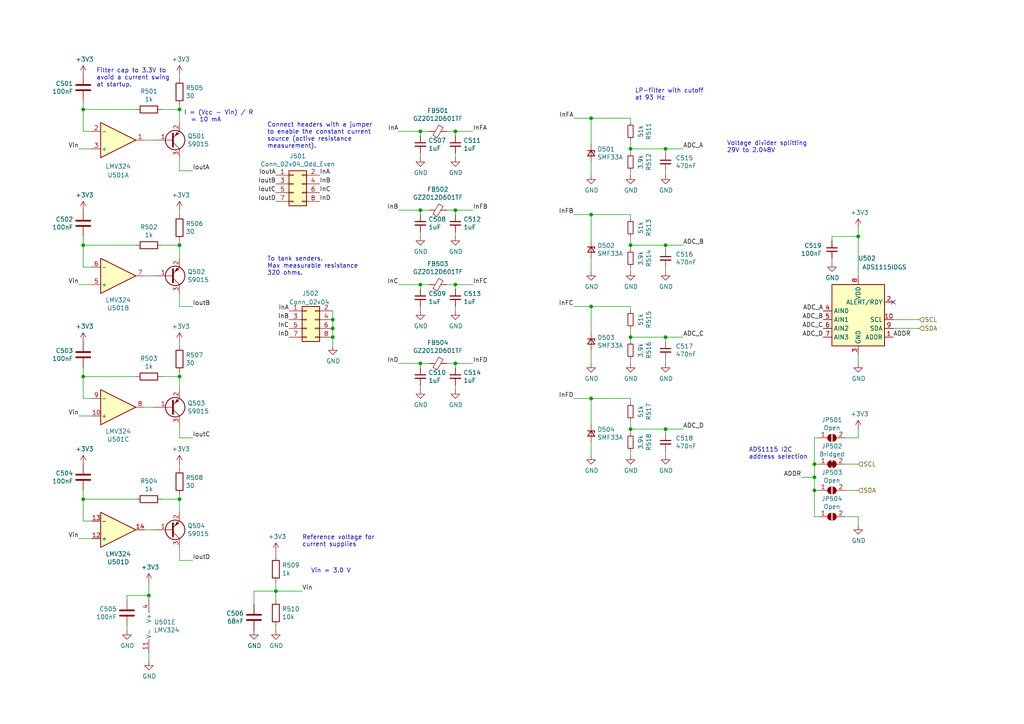
<source format=kicad_sch>
(kicad_sch (version 20211123) (generator eeschema)
  (paper "A4")
  (title_block (title "Engine Top Hat for SH-ESP32") (date "2021-09-13") (rev "0.2.1") (company "Hat Labs Ltd") (comment 1 "https://creativecommons.org/licenses/by-sa/4.0") (comment 2 "To view a copy of this license, visit ") (comment 3 "This design is licensed under CC BY-SA 4.0."))
  (lib_symbols
    (symbol "Amplifier_Operational:LMV324" (pin_names (offset 0.127))
      (property "Reference" "U" (at 0 5.08 0))
      (property "Value" "LMV324" (at 0 -5.08 0))
      (symbol "LMV324_1_1"
        (polyline (pts (xy -5.08 5.08) (xy 5.08 0) (xy -5.08 -5.08) (xy -5.08 5.08)) (stroke (width 0.254)) (fill (type background)))
        (pin output line (at 7.62 0 180) (length 2.54) (name "~") (number "1"))
        (pin input line (at -7.62 -2.54 0) (length 2.54) (name "-") (number "2"))
        (pin input line (at -7.62 2.54 0) (length 2.54) (name "+") (number "3"))
      )
      (symbol "LMV324_2_1"
        (polyline (pts (xy -5.08 5.08) (xy 5.08 0) (xy -5.08 -5.08) (xy -5.08 5.08)) (stroke (width 0.254)) (fill (type background)))
        (pin input line (at -7.62 2.54 0) (length 2.54) (name "+") (number "5"))
        (pin input line (at -7.62 -2.54 0) (length 2.54) (name "-") (number "6"))
        (pin output line (at 7.62 0 180) (length 2.54) (name "~") (number "7"))
      )
      (symbol "LMV324_3_1"
        (polyline (pts (xy -5.08 5.08) (xy 5.08 0) (xy -5.08 -5.08) (xy -5.08 5.08)) (stroke (width 0.254)) (fill (type background)))
        (pin input line (at -7.62 2.54 0) (length 2.54) (name "+") (number "10"))
        (pin output line (at 7.62 0 180) (length 2.54) (name "~") (number "8"))
        (pin input line (at -7.62 -2.54 0) (length 2.54) (name "-") (number "9"))
      )
      (symbol "LMV324_4_1"
        (polyline (pts (xy -5.08 5.08) (xy 5.08 0) (xy -5.08 -5.08) (xy -5.08 5.08)) (stroke (width 0.254)) (fill (type background)))
        (pin input line (at -7.62 2.54 0) (length 2.54) (name "+") (number "12"))
        (pin input line (at -7.62 -2.54 0) (length 2.54) (name "-") (number "13"))
        (pin output line (at 7.62 0 180) (length 2.54) (name "~") (number "14"))
      )
      (symbol "LMV324_5_1"
        (pin power_in line (at -2.54 -7.62 90) (length 3.81) (name "V-") (number "11"))
        (pin power_in line (at -2.54 7.62 270) (length 3.81) (name "V+") (number "4"))
      )
    )
    (symbol "Analog_ADC:ADS1115IDGS"
      (property "Reference" "U" (at 2.54 13.97 0))
      (property "Value" "ADS1115IDGS" (at 7.62 11.43 0))
      (symbol "ADS1115IDGS_0_1"
        (rectangle (start -7.62 10.16) (end 7.62 -7.62) (stroke (width 0.254)) (fill (type background)))
      )
      (symbol "ADS1115IDGS_1_1"
        (pin input line (at 10.16 -5.08 180) (length 2.54) (name "ADDR") (number "1"))
        (pin input line (at 10.16 0 180) (length 2.54) (name "SCL") (number "10"))
        (pin output line (at 10.16 5.08 180) (length 2.54) (name "ALERT/RDY") (number "2"))
        (pin power_in line (at 0 -10.16 90) (length 2.54) (name "GND") (number "3"))
        (pin input line (at -10.16 2.54 0) (length 2.54) (name "AIN0") (number "4"))
        (pin input line (at -10.16 0 0) (length 2.54) (name "AIN1") (number "5"))
        (pin input line (at -10.16 -2.54 0) (length 2.54) (name "AIN2") (number "6"))
        (pin input line (at -10.16 -5.08 0) (length 2.54) (name "AIN3") (number "7"))
        (pin power_in line (at 0 12.7 270) (length 2.54) (name "VDD") (number "8"))
        (pin bidirectional line (at 10.16 -2.54 180) (length 2.54) (name "SDA") (number "9"))
      )
    )
    (symbol "Connector_Generic:Conn_02x04_Odd_Even" (pin_names (offset 1.016) hide)
      (property "Reference" "J" (at 1.27 5.08 0))
      (property "Value" "Conn_02x04_Odd_Even" (at 1.27 -7.62 0))
      (symbol "Conn_02x04_Odd_Even_1_1"
        (rectangle (start -1.27 -4.953) (end 0 -5.207) (stroke (width 0.1524)))
        (rectangle (start -1.27 -2.413) (end 0 -2.667) (stroke (width 0.1524)))
        (rectangle (start -1.27 0.127) (end 0 -0.127) (stroke (width 0.1524)))
        (rectangle (start -1.27 2.667) (end 0 2.413) (stroke (width 0.1524)))
        (rectangle (start -1.27 3.81) (end 3.81 -6.35) (stroke (width 0.254)) (fill (type background)))
        (rectangle (start 3.81 -4.953) (end 2.54 -5.207) (stroke (width 0.1524)))
        (rectangle (start 3.81 -2.413) (end 2.54 -2.667) (stroke (width 0.1524)))
        (rectangle (start 3.81 0.127) (end 2.54 -0.127) (stroke (width 0.1524)))
        (rectangle (start 3.81 2.667) (end 2.54 2.413) (stroke (width 0.1524)))
        (pin passive line (at -5.08 2.54 0) (length 3.81) (name "Pin_1") (number "1"))
        (pin passive line (at 7.62 2.54 180) (length 3.81) (name "Pin_2") (number "2"))
        (pin passive line (at -5.08 0 0) (length 3.81) (name "Pin_3") (number "3"))
        (pin passive line (at 7.62 0 180) (length 3.81) (name "Pin_4") (number "4"))
        (pin passive line (at -5.08 -2.54 0) (length 3.81) (name "Pin_5") (number "5"))
        (pin passive line (at 7.62 -2.54 180) (length 3.81) (name "Pin_6") (number "6"))
        (pin passive line (at -5.08 -5.08 0) (length 3.81) (name "Pin_7") (number "7"))
        (pin passive line (at 7.62 -5.08 180) (length 3.81) (name "Pin_8") (number "8"))
      )
    )
    (symbol "Device:C" (pin_numbers hide) (pin_names (offset 0.254))
      (property "Reference" "C" (at 0.635 2.54 0))
      (property "Value" "C" (at 0.635 -2.54 0))
      (symbol "C_0_1"
        (polyline (pts (xy -2.032 -0.762) (xy 2.032 -0.762)) (stroke (width 0.508)))
        (polyline (pts (xy -2.032 0.762) (xy 2.032 0.762)) (stroke (width 0.508)))
      )
      (symbol "C_1_1"
        (pin passive line (at 0 3.81 270) (length 2.794) (name "~") (number "1"))
        (pin passive line (at 0 -3.81 90) (length 2.794) (name "~") (number "2"))
      )
    )
    (symbol "Device:C_Small" (pin_numbers hide) (pin_names (offset 0.254) hide)
      (property "Reference" "C" (at 0.254 1.778 0))
      (property "Value" "C_Small" (at 0.254 -2.032 0))
      (symbol "C_Small_0_1"
        (polyline (pts (xy -1.524 -0.508) (xy 1.524 -0.508)) (stroke (width 0.3302)))
        (polyline (pts (xy -1.524 0.508) (xy 1.524 0.508)) (stroke (width 0.3048)))
      )
      (symbol "C_Small_1_1"
        (pin passive line (at 0 2.54 270) (length 2.032) (name "~") (number "1"))
        (pin passive line (at 0 -2.54 90) (length 2.032) (name "~") (number "2"))
      )
    )
    (symbol "Device:D_Zener_Small" (pin_numbers hide) (pin_names (offset 0.254) hide)
      (property "Reference" "D" (at 0 2.286 0))
      (property "Value" "D_Zener_Small" (at 0 -2.286 0))
      (symbol "D_Zener_Small_0_1"
        (polyline (pts (xy 0.762 0) (xy -0.762 0)))
        (polyline (pts (xy -0.254 1.016) (xy -0.762 1.016) (xy -0.762 -1.016)) (stroke (width 0.254)))
        (polyline (pts (xy 0.762 1.016) (xy -0.762 0) (xy 0.762 -1.016) (xy 0.762 1.016)) (stroke (width 0.254)))
      )
      (symbol "D_Zener_Small_1_1"
        (pin passive line (at -2.54 0 0) (length 1.778) (name "K") (number "1"))
        (pin passive line (at 2.54 0 180) (length 1.778) (name "A") (number "2"))
      )
    )
    (symbol "Device:FerriteBead_Small" (pin_numbers hide) (pin_names (offset 0))
      (property "Reference" "FB" (at 1.905 1.27 0))
      (property "Value" "FerriteBead_Small" (at 1.905 -1.27 0))
      (symbol "FerriteBead_Small_0_1"
        (polyline (pts (xy 0 -1.27) (xy 0 -0.7874)))
        (polyline (pts (xy 0 0.889) (xy 0 1.2954)))
        (polyline (pts (xy -1.8288 0.2794) (xy -1.1176 1.4986) (xy 1.8288 -0.2032) (xy 1.1176 -1.4224) (xy -1.8288 0.2794)))
      )
      (symbol "FerriteBead_Small_1_1"
        (pin passive line (at 0 2.54 270) (length 1.27) (name "~") (number "1"))
        (pin passive line (at 0 -2.54 90) (length 1.27) (name "~") (number "2"))
      )
    )
    (symbol "Device:Q_PNP_BEC" (pin_names (offset 0) hide)
      (property "Reference" "Q" (at 5.08 1.27 0))
      (property "Value" "Q_PNP_BEC" (at 5.08 -1.27 0))
      (symbol "Q_PNP_BEC_0_1"
        (polyline (pts (xy 0.635 0.635) (xy 2.54 2.54)))
        (polyline (pts (xy 0.635 -0.635) (xy 2.54 -2.54) (xy 2.54 -2.54)))
        (polyline (pts (xy 0.635 1.905) (xy 0.635 -1.905) (xy 0.635 -1.905)) (stroke (width 0.508)))
        (polyline (pts (xy 2.286 -1.778) (xy 1.778 -2.286) (xy 1.27 -1.27) (xy 2.286 -1.778) (xy 2.286 -1.778)) (fill (type outline)))
        (circle (center 1.27 0) (radius 2.8194) (stroke (width 0.254)))
      )
      (symbol "Q_PNP_BEC_1_1"
        (pin input line (at -5.08 0 0) (length 5.715) (name "B") (number "1"))
        (pin passive line (at 2.54 -5.08 90) (length 2.54) (name "E") (number "2"))
        (pin passive line (at 2.54 5.08 270) (length 2.54) (name "C") (number "3"))
      )
    )
    (symbol "Device:R" (pin_numbers hide) (pin_names (offset 0))
      (property "Reference" "R" (at 2.032 0 90))
      (property "Value" "R" (at 0 0 90))
      (symbol "R_0_1"
        (rectangle (start -1.016 -2.54) (end 1.016 2.54) (stroke (width 0.254)))
      )
      (symbol "R_1_1"
        (pin passive line (at 0 3.81 270) (length 1.27) (name "~") (number "1"))
        (pin passive line (at 0 -3.81 90) (length 1.27) (name "~") (number "2"))
      )
    )
    (symbol "Device:R_Small" (pin_numbers hide) (pin_names (offset 0.254) hide)
      (property "Reference" "R" (at 0.762 0.508 0))
      (property "Value" "R_Small" (at 0.762 -1.016 0))
      (symbol "R_Small_0_1"
        (rectangle (start -0.762 1.778) (end 0.762 -1.778) (stroke (width 0.2032)))
      )
      (symbol "R_Small_1_1"
        (pin passive line (at 0 2.54 270) (length 0.762) (name "~") (number "1"))
        (pin passive line (at 0 -2.54 90) (length 0.762) (name "~") (number "2"))
      )
    )
    (symbol "Jumper:SolderJumper_2_Bridged" (pin_names (offset 0) hide)
      (property "Reference" "JP" (at 0 2.032 0))
      (property "Value" "SolderJumper_2_Bridged" (at 0 -2.54 0))
      (symbol "SolderJumper_2_Bridged_0_1"
        (rectangle (start -0.508 0.508) (end 0.508 -0.508) (fill (type outline)))
        (arc (start -0.254 1.016) (mid -1.27 0) (end -0.254 -1.016))
        (arc (start -0.254 1.016) (mid -1.27 0) (end -0.254 -1.016) (fill (type outline)))
        (polyline (pts (xy -0.254 1.016) (xy -0.254 -1.016)))
        (polyline (pts (xy 0.254 1.016) (xy 0.254 -1.016)))
        (arc (start 0.254 -1.016) (mid 1.27 0) (end 0.254 1.016))
        (arc (start 0.254 -1.016) (mid 1.27 0) (end 0.254 1.016) (fill (type outline)))
      )
      (symbol "SolderJumper_2_Bridged_1_1"
        (pin passive line (at -3.81 0 0) (length 2.54) (name "A") (number "1"))
        (pin passive line (at 3.81 0 180) (length 2.54) (name "B") (number "2"))
      )
    )
    (symbol "Jumper:SolderJumper_2_Open" (pin_names (offset 0) hide)
      (property "Reference" "JP" (at 0 2.032 0))
      (property "Value" "SolderJumper_2_Open" (at 0 -2.54 0))
      (symbol "SolderJumper_2_Open_0_1"
        (arc (start -0.254 1.016) (mid -1.27 0) (end -0.254 -1.016))
        (arc (start -0.254 1.016) (mid -1.27 0) (end -0.254 -1.016) (fill (type outline)))
        (polyline (pts (xy -0.254 1.016) (xy -0.254 -1.016)))
        (polyline (pts (xy 0.254 1.016) (xy 0.254 -1.016)))
        (arc (start 0.254 -1.016) (mid 1.27 0) (end 0.254 1.016))
        (arc (start 0.254 -1.016) (mid 1.27 0) (end 0.254 1.016) (fill (type outline)))
      )
      (symbol "SolderJumper_2_Open_1_1"
        (pin passive line (at -3.81 0 0) (length 2.54) (name "A") (number "1"))
        (pin passive line (at 3.81 0 180) (length 2.54) (name "B") (number "2"))
      )
    )
    (symbol "power:+3V3" (power) (pin_names (offset 0))
      (property "Value" "+3V3" (at 0 3.556 0))
      (symbol "+3V3_0_1"
        (polyline (pts (xy -0.762 1.27) (xy 0 2.54)))
        (polyline (pts (xy 0 0) (xy 0 2.54)))
        (polyline (pts (xy 0 2.54) (xy 0.762 1.27)))
      )
      (symbol "+3V3_1_1"
        (pin power_in line (at 0 0 90) (length 0) hide (name "+3V3") (number "1"))
      )
    )
    (symbol "power:GND" (power) (pin_names (offset 0))
      (property "Value" "GND" (at 0 -3.81 0))
      (symbol "GND_0_1"
        (polyline (pts (xy 0 0) (xy 0 -1.27) (xy 1.27 -1.27) (xy 0 -2.54) (xy -1.27 -1.27) (xy 0 -1.27)))
      )
      (symbol "GND_1_1"
        (pin power_in line (at 0 0 270) (length 0) hide (name "GND") (number "1"))
      )
    )
  )
  (junction (at 121.92 105.41))
  (junction (at 182.88 124.46))
  (junction (at 236.22 142.24))
  (junction (at 182.88 43.18))
  (junction (at 248.92 68.58))
  (junction (at 52.07 31.75))
  (junction (at 80.01 171.45))
  (junction (at 132.08 38.1))
  (junction (at 193.04 124.46))
  (junction (at 43.18 172.72))
  (junction (at 52.07 71.12))
  (junction (at 132.08 105.41))
  (junction (at 121.92 38.1))
  (junction (at 52.07 109.22))
  (junction (at 132.08 82.55))
  (junction (at 171.45 88.9))
  (junction (at 24.13 109.22))
  (junction (at 182.88 97.79))
  (junction (at 182.88 71.12))
  (junction (at 171.45 115.57))
  (junction (at 52.07 144.78))
  (junction (at 121.92 60.96))
  (junction (at 193.04 97.79))
  (junction (at 171.45 34.29))
  (junction (at 96.52 95.25))
  (junction (at 132.08 60.96))
  (junction (at 24.13 144.78))
  (junction (at 236.22 134.62))
  (junction (at 171.45 62.23))
  (junction (at 24.13 71.12))
  (junction (at 96.52 92.71))
  (junction (at 193.04 43.18))
  (junction (at 96.52 97.79))
  (junction (at 236.22 138.43))
  (junction (at 24.13 31.75))
  (junction (at 121.92 82.55))
  (junction (at 193.04 71.12))
  (no_connect (at 259.08 87.63))
  (wire (pts (xy 171.45 105.41) (xy 171.45 101.6)))
  (wire (pts (xy 245.11 134.62) (xy 248.92 134.62)))
  (wire (pts (xy 121.92 62.23) (xy 121.92 60.96)))
  (wire (pts (xy 182.88 43.18) (xy 182.88 44.45)))
  (wire (pts (xy 259.08 95.25) (xy 266.7 95.25)))
  (wire (pts (xy 24.13 31.75) (xy 24.13 29.21)))
  (wire (pts (xy 132.08 60.96) (xy 137.16 60.96)))
  (wire (pts (xy 237.49 134.62) (xy 236.22 134.62)))
  (wire (pts (xy 115.57 60.96) (xy 121.92 60.96)))
  (wire (pts (xy 52.07 144.78) (xy 52.07 143.51)))
  (wire (pts (xy 39.37 31.75) (xy 24.13 31.75)))
  (wire (pts (xy 52.07 35.56) (xy 52.07 31.75)))
  (wire (pts (xy 115.57 38.1) (xy 121.92 38.1)))
  (wire (pts (xy 193.04 50.8) (xy 193.04 49.53)))
  (wire (pts (xy 171.45 50.8) (xy 171.45 46.99)))
  (wire (pts (xy 52.07 109.22) (xy 46.99 109.22)))
  (wire (pts (xy 132.08 83.82) (xy 132.08 82.55)))
  (wire (pts (xy 171.45 34.29) (xy 182.88 34.29)))
  (wire (pts (xy 52.07 71.12) (xy 52.07 69.85)))
  (wire (pts (xy 198.12 97.79) (xy 193.04 97.79)))
  (wire (pts (xy 24.13 71.12) (xy 24.13 77.47)))
  (wire (pts (xy 132.08 62.23) (xy 132.08 60.96)))
  (wire (pts (xy 43.18 173.99) (xy 43.18 172.72)))
  (wire (pts (xy 171.45 132.08) (xy 171.45 128.27)))
  (wire (pts (xy 237.49 149.86) (xy 236.22 149.86)))
  (wire (pts (xy 22.86 156.21) (xy 26.67 156.21)))
  (wire (pts (xy 193.04 78.74) (xy 193.04 77.47)))
  (wire (pts (xy 132.08 105.41) (xy 137.16 105.41)))
  (wire (pts (xy 52.07 113.03) (xy 52.07 109.22)))
  (wire (pts (xy 193.04 105.41) (xy 193.04 104.14)))
  (wire (pts (xy 129.54 105.41) (xy 132.08 105.41)))
  (wire (pts (xy 80.01 160.02) (xy 80.01 161.29)))
  (wire (pts (xy 41.91 153.67) (xy 44.45 153.67)))
  (wire (pts (xy 193.04 125.73) (xy 193.04 124.46)))
  (wire (pts (xy 121.92 83.82) (xy 121.92 82.55)))
  (wire (pts (xy 198.12 71.12) (xy 193.04 71.12)))
  (wire (pts (xy 96.52 97.79) (xy 96.52 95.25)))
  (wire (pts (xy 41.91 80.01) (xy 44.45 80.01)))
  (wire (pts (xy 171.45 41.91) (xy 171.45 34.29)))
  (wire (pts (xy 248.92 105.41) (xy 248.92 102.87)))
  (wire (pts (xy 80.01 171.45) (xy 87.63 171.45)))
  (wire (pts (xy 166.37 115.57) (xy 171.45 115.57)))
  (wire (pts (xy 132.08 113.03) (xy 132.08 111.76)))
  (wire (pts (xy 166.37 62.23) (xy 171.45 62.23)))
  (wire (pts (xy 121.92 90.17) (xy 121.92 88.9)))
  (wire (pts (xy 121.92 106.68) (xy 121.92 105.41)))
  (wire (pts (xy 182.88 34.29) (xy 182.88 35.56)))
  (wire (pts (xy 121.92 38.1) (xy 124.46 38.1)))
  (wire (pts (xy 129.54 60.96) (xy 132.08 60.96)))
  (wire (pts (xy 236.22 142.24) (xy 236.22 149.86)))
  (wire (pts (xy 115.57 82.55) (xy 121.92 82.55)))
  (wire (pts (xy 248.92 142.24) (xy 245.11 142.24)))
  (wire (pts (xy 193.04 72.39) (xy 193.04 71.12)))
  (wire (pts (xy 36.83 173.99) (xy 36.83 172.72)))
  (wire (pts (xy 121.92 82.55) (xy 124.46 82.55)))
  (wire (pts (xy 39.37 71.12) (xy 24.13 71.12)))
  (wire (pts (xy 24.13 109.22) (xy 24.13 115.57)))
  (wire (pts (xy 182.88 121.92) (xy 182.88 124.46)))
  (wire (pts (xy 248.92 80.01) (xy 248.92 68.58)))
  (wire (pts (xy 52.07 74.93) (xy 52.07 71.12)))
  (wire (pts (xy 132.08 82.55) (xy 137.16 82.55)))
  (wire (pts (xy 36.83 182.88) (xy 36.83 181.61)))
  (wire (pts (xy 245.11 127) (xy 248.92 127)))
  (wire (pts (xy 182.88 88.9) (xy 182.88 90.17)))
  (wire (pts (xy 52.07 49.53) (xy 52.07 45.72)))
  (wire (pts (xy 52.07 144.78) (xy 46.99 144.78)))
  (wire (pts (xy 182.88 124.46) (xy 182.88 125.73)))
  (wire (pts (xy 166.37 34.29) (xy 171.45 34.29)))
  (wire (pts (xy 24.13 144.78) (xy 24.13 151.13)))
  (wire (pts (xy 115.57 105.41) (xy 121.92 105.41)))
  (wire (pts (xy 24.13 38.1) (xy 26.67 38.1)))
  (wire (pts (xy 55.88 49.53) (xy 52.07 49.53)))
  (wire (pts (xy 193.04 132.08) (xy 193.04 130.81)))
  (wire (pts (xy 182.88 50.8) (xy 182.88 49.53)))
  (wire (pts (xy 132.08 45.72) (xy 132.08 44.45)))
  (wire (pts (xy 171.45 88.9) (xy 182.88 88.9)))
  (wire (pts (xy 43.18 172.72) (xy 43.18 168.91)))
  (wire (pts (xy 198.12 43.18) (xy 193.04 43.18)))
  (wire (pts (xy 236.22 127) (xy 236.22 134.62)))
  (wire (pts (xy 52.07 62.23) (xy 52.07 60.96)))
  (wire (pts (xy 171.45 115.57) (xy 182.88 115.57)))
  (wire (pts (xy 55.88 88.9) (xy 52.07 88.9)))
  (wire (pts (xy 41.91 40.64) (xy 44.45 40.64)))
  (wire (pts (xy 182.88 62.23) (xy 182.88 63.5)))
  (wire (pts (xy 182.88 43.18) (xy 193.04 43.18)))
  (wire (pts (xy 182.88 97.79) (xy 182.88 99.06)))
  (wire (pts (xy 22.86 82.55) (xy 26.67 82.55)))
  (wire (pts (xy 73.66 175.26) (xy 73.66 171.45)))
  (wire (pts (xy 24.13 71.12) (xy 24.13 68.58)))
  (wire (pts (xy 24.13 31.75) (xy 24.13 38.1)))
  (wire (pts (xy 182.88 71.12) (xy 182.88 72.39)))
  (wire (pts (xy 132.08 39.37) (xy 132.08 38.1)))
  (wire (pts (xy 248.92 127) (xy 248.92 124.46)))
  (wire (pts (xy 132.08 38.1) (xy 137.16 38.1)))
  (wire (pts (xy 121.92 39.37) (xy 121.92 38.1)))
  (wire (pts (xy 182.88 68.58) (xy 182.88 71.12)))
  (wire (pts (xy 248.92 152.4) (xy 248.92 149.86)))
  (wire (pts (xy 121.92 60.96) (xy 124.46 60.96)))
  (wire (pts (xy 132.08 68.58) (xy 132.08 67.31)))
  (wire (pts (xy 182.88 71.12) (xy 193.04 71.12)))
  (wire (pts (xy 96.52 100.33) (xy 96.52 97.79)))
  (wire (pts (xy 193.04 99.06) (xy 193.04 97.79)))
  (wire (pts (xy 171.45 123.19) (xy 171.45 115.57)))
  (wire (pts (xy 182.88 115.57) (xy 182.88 116.84)))
  (wire (pts (xy 52.07 31.75) (xy 46.99 31.75)))
  (wire (pts (xy 121.92 105.41) (xy 124.46 105.41)))
  (wire (pts (xy 24.13 109.22) (xy 24.13 106.68)))
  (wire (pts (xy 52.07 88.9) (xy 52.07 85.09)))
  (wire (pts (xy 241.3 76.2) (xy 241.3 74.93)))
  (wire (pts (xy 24.13 115.57) (xy 26.67 115.57)))
  (wire (pts (xy 237.49 142.24) (xy 236.22 142.24)))
  (wire (pts (xy 248.92 149.86) (xy 245.11 149.86)))
  (wire (pts (xy 166.37 88.9) (xy 171.45 88.9)))
  (wire (pts (xy 24.13 151.13) (xy 26.67 151.13)))
  (wire (pts (xy 248.92 68.58) (xy 248.92 66.04)))
  (wire (pts (xy 52.07 162.56) (xy 52.07 158.75)))
  (wire (pts (xy 171.45 96.52) (xy 171.45 88.9)))
  (wire (pts (xy 96.52 92.71) (xy 96.52 90.17)))
  (wire (pts (xy 182.88 78.74) (xy 182.88 77.47)))
  (wire (pts (xy 22.86 43.18) (xy 26.67 43.18)))
  (wire (pts (xy 52.07 31.75) (xy 52.07 30.48)))
  (wire (pts (xy 73.66 171.45) (xy 80.01 171.45)))
  (wire (pts (xy 182.88 97.79) (xy 193.04 97.79)))
  (wire (pts (xy 55.88 162.56) (xy 52.07 162.56)))
  (wire (pts (xy 182.88 40.64) (xy 182.88 43.18)))
  (wire (pts (xy 24.13 77.47) (xy 26.67 77.47)))
  (wire (pts (xy 236.22 138.43) (xy 236.22 142.24)))
  (wire (pts (xy 43.18 191.77) (xy 43.18 189.23)))
  (wire (pts (xy 171.45 62.23) (xy 182.88 62.23)))
  (wire (pts (xy 198.12 124.46) (xy 193.04 124.46)))
  (wire (pts (xy 129.54 82.55) (xy 132.08 82.55)))
  (wire (pts (xy 182.88 95.25) (xy 182.88 97.79)))
  (wire (pts (xy 193.04 44.45) (xy 193.04 43.18)))
  (wire (pts (xy 80.01 171.45) (xy 80.01 173.99)))
  (wire (pts (xy 132.08 90.17) (xy 132.08 88.9)))
  (wire (pts (xy 52.07 71.12) (xy 46.99 71.12)))
  (wire (pts (xy 121.92 68.58) (xy 121.92 67.31)))
  (wire (pts (xy 237.49 127) (xy 236.22 127)))
  (wire (pts (xy 232.41 138.43) (xy 236.22 138.43)))
  (wire (pts (xy 22.86 120.65) (xy 26.67 120.65)))
  (wire (pts (xy 182.88 132.08) (xy 182.88 130.81)))
  (wire (pts (xy 52.07 100.33) (xy 52.07 99.06)))
  (wire (pts (xy 36.83 172.72) (xy 43.18 172.72)))
  (wire (pts (xy 41.91 118.11) (xy 44.45 118.11)))
  (wire (pts (xy 24.13 144.78) (xy 24.13 142.24)))
  (wire (pts (xy 121.92 45.72) (xy 121.92 44.45)))
  (wire (pts (xy 52.07 148.59) (xy 52.07 144.78)))
  (wire (pts (xy 39.37 109.22) (xy 24.13 109.22)))
  (wire (pts (xy 52.07 22.86) (xy 52.07 21.59)))
  (wire (pts (xy 39.37 144.78) (xy 24.13 144.78)))
  (wire (pts (xy 80.01 168.91) (xy 80.01 171.45)))
  (wire (pts (xy 171.45 78.74) (xy 171.45 74.93)))
  (wire (pts (xy 129.54 38.1) (xy 132.08 38.1)))
  (wire (pts (xy 236.22 134.62) (xy 236.22 138.43)))
  (wire (pts (xy 171.45 69.85) (xy 171.45 62.23)))
  (wire (pts (xy 96.52 95.25) (xy 96.52 92.71)))
  (wire (pts (xy 182.88 124.46) (xy 193.04 124.46)))
  (wire (pts (xy 132.08 106.68) (xy 132.08 105.41)))
  (wire (pts (xy 52.07 127) (xy 52.07 123.19)))
  (wire (pts (xy 52.07 109.22) (xy 52.07 107.95)))
  (wire (pts (xy 259.08 92.71) (xy 266.7 92.71)))
  (wire (pts (xy 52.07 135.89) (xy 52.07 134.62)))
  (wire (pts (xy 55.88 127) (xy 52.07 127)))
  (wire (pts (xy 241.3 68.58) (xy 248.92 68.58)))
  (wire (pts (xy 80.01 182.88) (xy 80.01 181.61)))
  (wire (pts (xy 241.3 69.85) (xy 241.3 68.58)))
  (wire (pts (xy 121.92 113.03) (xy 121.92 111.76)))
  (wire (pts (xy 182.88 105.41) (xy 182.88 104.14)))
  (text "Vin = 3.0 V" (at 90.17 166.37 0) (effects (font (size 1.27 1.27)) (justify left bottom)))
  (text "ADS1115 I2C\naddress selection" (at 217.17 133.35 0) (effects (font (size 1.27 1.27)) (justify left bottom)))
  (text "I = (Vcc - Vin) / R\n  = 10 mA" (at 53.34 35.56 0) (effects (font (size 1.27 1.27)) (justify left bottom)))
  (text "Voltage divider splitting\n29V to 2.048V" (at 210.82 44.45 0) (effects (font (size 1.27 1.27)) (justify left bottom)))
  (text "To tank senders.\nMax measurable resistance\n320 ohms." (at 77.47 80.01 0) (effects (font (size 1.27 1.27)) (justify left bottom)))
  (text "Reference voltage for\ncurrent supplies" (at 87.63 158.75 0) (effects (font (size 1.27 1.27)) (justify left bottom)))
  (text "LP-filter with cutoff\nat 93 Hz" (at 184.15 29.21 0) (effects (font (size 1.27 1.27)) (justify left bottom)))
  (text "Connect headers with a jumper\nto enable the constant current\nsource (active resistance\nmeasurement)." (at 77.47 43.18 0) (effects (font (size 1.27 1.27)) (justify left bottom)))
  (text "Filter cap to 3.3V to \navoid a current swing\nat startup." (at 27.94 25.4 0) (effects (font (size 1.27 1.27)) (justify left bottom)))
  (label "IoutB" (at 55.88 88.9 0))
  (label "InFC" (at 166.37 88.9 180))
  (label "Vin" (at 87.63 171.45 0))
  (label "InFA" (at 137.16 38.1 0))
  (label "ADDR" (at 259.08 97.79 0))
  (label "IoutD" (at 55.88 162.56 0))
  (label "ADC_D" (at 238.76 97.79 180))
  (label "IoutC" (at 80.01 55.88 180))
  (label "ADC_A" (at 198.12 43.18 0))
  (label "ADC_D" (at 198.12 124.46 0))
  (label "InFB" (at 166.37 62.23 180))
  (label "InD" (at 115.57 105.41 180))
  (label "InB" (at 83.82 92.71 180))
  (label "InA" (at 83.82 90.17 180))
  (label "IoutC" (at 55.88 127 0))
  (label "InFD" (at 137.16 105.41 0))
  (label "ADC_B" (at 238.76 92.71 180))
  (label "InA" (at 92.71 50.8 0))
  (label "ADC_B" (at 198.12 71.12 0))
  (label "InD" (at 83.82 97.79 180))
  (label "Vin" (at 22.86 120.65 180))
  (label "IoutB" (at 80.01 53.34 180))
  (label "InC" (at 115.57 82.55 180))
  (label "InB" (at 115.57 60.96 180))
  (label "IoutA" (at 80.01 50.8 180))
  (label "ADDR" (at 232.41 138.43 180))
  (label "InA" (at 115.57 38.1 180))
  (label "InFA" (at 166.37 34.29 180))
  (label "InC" (at 83.82 95.25 180))
  (label "ADC_C" (at 198.12 97.79 0))
  (label "Vin" (at 22.86 43.18 180))
  (label "InFB" (at 137.16 60.96 0))
  (label "InB" (at 92.71 53.34 0))
  (label "Vin" (at 22.86 82.55 180))
  (label "InD" (at 92.71 58.42 0))
  (label "InFD" (at 166.37 115.57 180))
  (label "ADC_A" (at 238.76 90.17 180))
  (label "InFC" (at 137.16 82.55 0))
  (label "IoutA" (at 55.88 49.53 0))
  (label "ADC_C" (at 238.76 95.25 180))
  (label "Vin" (at 22.86 156.21 180))
  (label "IoutD" (at 80.01 58.42 180))
  (label "InC" (at 92.71 55.88 0))
  (hierarchical_label "SDA" (shape input) (at 266.7 95.25 0))
  (hierarchical_label "SCL" (shape input) (at 266.7 92.71 0))
  (hierarchical_label "SDA" (shape input) (at 248.92 142.24 0))
  (hierarchical_label "SCL" (shape input) (at 248.92 134.62 0))
  (symbol (lib_id "Amplifier_Operational:LMV324") (at 34.29 40.64 0) (mirror x) (unit 1)
    (property "Reference" "U501" (at 34.29 50.8 0))
    (property "Value" "LMV324" (at 34.29 48.26 0))
    (property "Footprint" "Package_SO:SOIC-14_3.9x8.7mm_P1.27mm" (effects hide))
    (property "Datasheet" "http://www.ti.com/lit/ds/symlink/lmv324.pdf" (effects hide))
    (property "LCSC" "C362275" (effects hide))
  )
  (symbol (lib_id "Amplifier_Operational:LMV324") (at 34.29 80.01 0) (mirror x) (unit 2)
    (property "Reference" "U501" (at 34.29 89.3318 0))
    (property "Value" "LMV324" (at 34.29 87.0204 0))
    (property "Footprint" "Package_SO:SOIC-14_3.9x8.7mm_P1.27mm" (effects hide))
    (property "Datasheet" "http://www.ti.com/lit/ds/symlink/lmv324.pdf" (effects hide))
    (property "LCSC" "C362275" (effects hide))
  )
  (symbol (lib_id "Amplifier_Operational:LMV324") (at 34.29 118.11 0) (mirror x) (unit 3)
    (property "Reference" "U501" (at 34.29 127.4318 0))
    (property "Value" "LMV324" (at 34.29 125.1204 0))
    (property "Footprint" "Package_SO:SOIC-14_3.9x8.7mm_P1.27mm" (effects hide))
    (property "Datasheet" "http://www.ti.com/lit/ds/symlink/lmv324.pdf" (effects hide))
    (property "LCSC" "C362275" (effects hide))
  )
  (symbol (lib_id "Amplifier_Operational:LMV324") (at 34.29 153.67 0) (mirror x) (unit 4)
    (property "Reference" "U501" (at 34.29 162.9918 0))
    (property "Value" "LMV324" (at 34.29 160.6804 0))
    (property "Footprint" "Package_SO:SOIC-14_3.9x8.7mm_P1.27mm" (effects hide))
    (property "Datasheet" "http://www.ti.com/lit/ds/symlink/lmv324.pdf" (effects hide))
    (property "LCSC" "C362275" (effects hide))
  )
  (symbol (lib_id "Amplifier_Operational:LMV324") (at 45.72 181.61 0) (unit 5)
    (property "Reference" "U501" (at 44.6532 180.4416 0) (effects (justify left)))
    (property "Value" "LMV324" (at 44.6532 182.753 0) (effects (justify left)))
    (property "Footprint" "Package_SO:SOIC-14_3.9x8.7mm_P1.27mm" (effects hide))
    (property "Datasheet" "http://www.ti.com/lit/ds/symlink/lmv324.pdf" (effects hide))
    (property "LCSC" "C362275" (effects hide))
  )
  (symbol (lib_id "Device:Q_PNP_BEC") (at 49.53 40.64 0) (mirror x) (unit 1)
    (property "Reference" "Q501" (at 54.356 39.4716 0) (effects (justify left)))
    (property "Value" "S9015" (at 54.356 41.783 0) (effects (justify left)))
    (property "Footprint" "Package_TO_SOT_SMD:SOT-323_SC-70" (effects hide))
    (property "LCSC" "C106811" (effects hide))
  )
  (symbol (lib_id "Device:R") (at 52.07 26.67 0) (unit 1)
    (property "Reference" "R505" (at 53.848 25.5016 0) (effects (justify left)))
    (property "Value" "30" (at 53.848 27.813 0) (effects (justify left)))
    (property "Footprint" "Resistor_SMD:R_0603_1608Metric" (effects hide))
    (property "LCSC" "C22985" (effects hide))
  )
  (symbol (lib_id "Device:R") (at 80.01 165.1 0) (unit 1)
    (property "Reference" "R509" (at 81.788 163.9316 0) (effects (justify left)))
    (property "Value" "1k" (at 81.788 166.243 0) (effects (justify left)))
    (property "Footprint" "Resistor_SMD:R_0402_1005Metric" (effects hide))
    (property "LCSC" "C11702" (effects hide))
  )
  (symbol (lib_id "Device:R") (at 80.01 177.8 0) (unit 1)
    (property "Reference" "R510" (at 81.788 176.6316 0) (effects (justify left)))
    (property "Value" "10k" (at 81.788 178.943 0) (effects (justify left)))
    (property "Footprint" "Resistor_SMD:R_0402_1005Metric" (effects hide))
    (property "LCSC" "C25744" (effects hide))
  )
  (symbol (lib_id "power:GND") (at 80.01 182.88 0) (unit 1)
    (property "Reference" "#PWR0514" (effects hide))
    (property "Value" "GND" (at 80.137 187.2742 0))
  )
  (symbol (lib_id "power:+3V3") (at 80.01 160.02 0) (unit 1)
    (property "Reference" "#PWR0513" (effects hide))
    (property "Value" "+3V3" (at 80.391 155.6258 0))
  )
  (symbol (lib_id "power:+3V3") (at 43.18 168.91 0) (unit 1)
    (property "Reference" "#PWR0506" (effects hide))
    (property "Value" "+3V3" (at 43.561 164.5158 0))
  )
  (symbol (lib_id "power:GND") (at 43.18 191.77 0) (unit 1)
    (property "Reference" "#PWR0507" (effects hide))
    (property "Value" "GND" (at 43.307 196.1642 0))
  )
  (symbol (lib_id "Device:C") (at 36.83 177.8 0) (mirror y) (unit 1)
    (property "Reference" "C505" (at 33.909 176.6316 0) (effects (justify left)))
    (property "Value" "100nF" (at 33.909 178.943 0) (effects (justify left)))
    (property "Footprint" "Capacitor_SMD:C_0402_1005Metric" (effects hide))
    (property "LCSC" "C1525" (effects hide))
  )
  (symbol (lib_id "power:GND") (at 36.83 182.88 0) (unit 1)
    (property "Reference" "#PWR0505" (effects hide))
    (property "Value" "GND" (at 36.957 187.2742 0))
  )
  (symbol (lib_id "power:+3V3") (at 52.07 21.59 0) (unit 1)
    (property "Reference" "#PWR0508" (effects hide))
    (property "Value" "+3V3" (at 52.451 17.1958 0))
  )
  (symbol (lib_id "Connector_Generic:Conn_02x04_Odd_Even") (at 88.9 92.71 0) (unit 1)
    (property "Reference" "J502" (at 87.63 85.09 0) (effects (justify left)))
    (property "Value" "Conn_02x04" (at 83.82 87.63 0) (effects (justify left)))
    (property "Footprint" "Connector_PinHeader_2.54mm:PinHeader_2x04_P2.54mm_Horizontal" (effects hide))
    (property "LCSC" "C358706" (effects hide))
  )
  (symbol (lib_id "Device:C") (at 73.66 179.07 0) (mirror y) (unit 1)
    (property "Reference" "C506" (at 70.739 177.9016 0) (effects (justify left)))
    (property "Value" "68nF" (at 70.739 180.213 0) (effects (justify left)))
    (property "Footprint" "Capacitor_SMD:C_0603_1608Metric" (effects hide))
    (property "LCSC" "C31658" (effects hide))
  )
  (symbol (lib_id "power:GND") (at 73.66 182.88 0) (unit 1)
    (property "Reference" "#PWR0512" (effects hide))
    (property "Value" "GND" (at 73.787 187.2742 0))
  )
  (symbol (lib_id "Device:R_Small") (at 182.88 38.1 180) (unit 1)
    (property "Reference" "R511" (at 188.1378 38.1 90))
    (property "Value" "51k" (at 185.8264 38.1 90))
    (property "Footprint" "Resistor_SMD:R_0402_1005Metric" (effects hide))
    (property "LCSC" "C25794" (effects hide))
  )
  (symbol (lib_id "Device:C_Small") (at 193.04 46.99 0) (unit 1)
    (property "Reference" "C515" (at 195.961 45.8216 0) (effects (justify left)))
    (property "Value" "470nF" (at 195.961 48.133 0) (effects (justify left)))
    (property "Footprint" "Capacitor_SMD:C_0402_1005Metric" (effects hide))
    (property "LCSC" "C47339" (effects hide))
  )
  (symbol (lib_id "power:GND") (at 193.04 50.8 0) (unit 1)
    (property "Reference" "#PWR0532" (effects hide))
    (property "Value" "GND" (at 193.167 55.1942 0))
  )
  (symbol (lib_id "Device:C") (at 24.13 25.4 0) (mirror x) (unit 1)
    (property "Reference" "C501" (at 21.2344 24.2316 0) (effects (justify right)))
    (property "Value" "100nF" (at 21.2344 26.543 0) (effects (justify right)))
    (property "Footprint" "Capacitor_SMD:C_0402_1005Metric" (effects hide))
    (property "LCSC" "C1525" (effects hide))
  )
  (symbol (lib_id "Device:R") (at 43.18 31.75 270) (unit 1)
    (property "Reference" "R501" (at 43.18 26.4922 90))
    (property "Value" "1k" (at 43.18 28.8036 90))
    (property "Footprint" "Resistor_SMD:R_0402_1005Metric" (effects hide))
    (property "LCSC" "C11702" (effects hide))
  )
  (symbol (lib_id "power:+3V3") (at 24.13 21.59 0) (unit 1)
    (property "Reference" "#PWR0501" (effects hide))
    (property "Value" "+3V3" (at 24.511 17.1958 0))
  )
  (symbol (lib_id "Device:Q_PNP_BEC") (at 49.53 80.01 0) (mirror x) (unit 1)
    (property "Reference" "Q502" (at 54.356 78.8416 0) (effects (justify left)))
    (property "Value" "S9015" (at 54.356 81.153 0) (effects (justify left)))
    (property "Footprint" "Package_TO_SOT_SMD:SOT-323_SC-70" (effects hide))
    (property "LCSC" "C106811" (effects hide))
  )
  (symbol (lib_id "Device:R") (at 52.07 66.04 0) (unit 1)
    (property "Reference" "R506" (at 53.848 64.8716 0) (effects (justify left)))
    (property "Value" "30" (at 53.848 67.183 0) (effects (justify left)))
    (property "Footprint" "Resistor_SMD:R_0603_1608Metric" (effects hide))
    (property "LCSC" "C22985" (effects hide))
  )
  (symbol (lib_id "power:+3V3") (at 52.07 60.96 0) (unit 1)
    (property "Reference" "#PWR0509" (effects hide))
    (property "Value" "+3V3" (at 52.451 56.5658 0))
  )
  (symbol (lib_id "Device:C") (at 24.13 64.77 0) (mirror x) (unit 1)
    (property "Reference" "C502" (at 21.2344 63.6016 0) (effects (justify right)))
    (property "Value" "100nF" (at 21.2344 65.913 0) (effects (justify right)))
    (property "Footprint" "Capacitor_SMD:C_0402_1005Metric" (effects hide))
    (property "LCSC" "C1525" (effects hide))
  )
  (symbol (lib_id "Device:R") (at 43.18 71.12 270) (unit 1)
    (property "Reference" "R502" (at 43.18 65.8622 90))
    (property "Value" "1k" (at 43.18 68.1736 90))
    (property "Footprint" "Resistor_SMD:R_0402_1005Metric" (effects hide))
    (property "LCSC" "C11702" (effects hide))
  )
  (symbol (lib_id "power:+3V3") (at 24.13 60.96 0) (unit 1)
    (property "Reference" "#PWR0502" (effects hide))
    (property "Value" "+3V3" (at 24.511 56.5658 0))
  )
  (symbol (lib_id "Device:R_Small") (at 182.88 46.99 180) (unit 1)
    (property "Reference" "R512" (at 188.1378 46.99 90))
    (property "Value" "3.9k" (at 185.8264 46.99 90))
    (property "Footprint" "Resistor_SMD:R_0402_1005Metric" (effects hide))
    (property "LCSC" "C51721" (effects hide))
  )
  (symbol (lib_id "power:GND") (at 182.88 50.8 0) (unit 1)
    (property "Reference" "#PWR0528" (effects hide))
    (property "Value" "GND" (at 183.007 55.1942 0))
  )
  (symbol (lib_id "Device:C_Small") (at 121.92 41.91 0) (unit 1)
    (property "Reference" "C507" (at 124.2568 40.7416 0) (effects (justify left)))
    (property "Value" "1uF" (at 124.2568 43.053 0) (effects (justify left)))
    (property "Footprint" "Capacitor_SMD:C_0603_1608Metric" (effects hide))
    (property "LCSC" "C15849" (effects hide))
  )
  (symbol (lib_id "Device:C_Small") (at 132.08 41.91 0) (unit 1)
    (property "Reference" "C511" (at 134.4168 40.7416 0) (effects (justify left)))
    (property "Value" "1uF" (at 134.4168 43.053 0) (effects (justify left)))
    (property "Footprint" "Capacitor_SMD:C_0402_1005Metric" (effects hide))
    (property "LCSC" "C52923" (effects hide))
  )
  (symbol (lib_id "Device:FerriteBead_Small") (at 127 38.1 270) (unit 1)
    (property "Reference" "FB501" (at 127 32.0802 90))
    (property "Value" "GZ2012D601TF" (at 127 34.3916 90))
    (property "Footprint" "Inductor_SMD:L_0805_2012Metric" (effects hide))
    (property "LCSC" "C1017" (effects hide))
  )
  (symbol (lib_id "power:GND") (at 121.92 45.72 0) (unit 1)
    (property "Reference" "#PWR0516" (effects hide))
    (property "Value" "GND" (at 122.047 50.1142 0))
  )
  (symbol (lib_id "power:GND") (at 132.08 45.72 0) (unit 1)
    (property "Reference" "#PWR0520" (effects hide))
    (property "Value" "GND" (at 132.207 50.1142 0))
  )
  (symbol (lib_id "Device:D_Zener_Small") (at 171.45 44.45 270) (unit 1)
    (property "Reference" "D501" (at 173.228 43.2816 90) (effects (justify left)))
    (property "Value" "SMF33A" (at 173.228 45.593 90) (effects (justify left)))
    (property "Footprint" "Diode_SMD:D_SOD-123F" (effects hide))
    (property "LCSC" "C523840" (effects hide))
  )
  (symbol (lib_id "power:GND") (at 171.45 50.8 0) (unit 1)
    (property "Reference" "#PWR0524" (effects hide))
    (property "Value" "GND" (at 171.577 55.1942 0))
  )
  (symbol (lib_id "Device:C_Small") (at 121.92 64.77 0) (unit 1)
    (property "Reference" "C508" (at 124.2568 63.6016 0) (effects (justify left)))
    (property "Value" "1uF" (at 124.2568 65.913 0) (effects (justify left)))
    (property "Footprint" "Capacitor_SMD:C_0603_1608Metric" (effects hide))
    (property "LCSC" "C15849" (effects hide))
  )
  (symbol (lib_id "Device:C_Small") (at 132.08 64.77 0) (unit 1)
    (property "Reference" "C512" (at 134.4168 63.6016 0) (effects (justify left)))
    (property "Value" "1uF" (at 134.4168 65.913 0) (effects (justify left)))
    (property "Footprint" "Capacitor_SMD:C_0402_1005Metric" (effects hide))
    (property "LCSC" "C52923" (effects hide))
  )
  (symbol (lib_id "Device:FerriteBead_Small") (at 127 60.96 270) (unit 1)
    (property "Reference" "FB502" (at 127 54.9402 90))
    (property "Value" "GZ2012D601TF" (at 127 57.2516 90))
    (property "Footprint" "Inductor_SMD:L_0805_2012Metric" (effects hide))
    (property "LCSC" "C1017" (effects hide))
  )
  (symbol (lib_id "power:GND") (at 121.92 68.58 0) (unit 1)
    (property "Reference" "#PWR0517" (effects hide))
    (property "Value" "GND" (at 122.047 72.9742 0))
  )
  (symbol (lib_id "power:GND") (at 132.08 68.58 0) (unit 1)
    (property "Reference" "#PWR0521" (effects hide))
    (property "Value" "GND" (at 132.207 72.9742 0))
  )
  (symbol (lib_id "Device:Q_PNP_BEC") (at 49.53 118.11 0) (mirror x) (unit 1)
    (property "Reference" "Q503" (at 54.356 116.9416 0) (effects (justify left)))
    (property "Value" "S9015" (at 54.356 119.253 0) (effects (justify left)))
    (property "Footprint" "Package_TO_SOT_SMD:SOT-323_SC-70" (effects hide))
    (property "LCSC" "C106811" (effects hide))
  )
  (symbol (lib_id "Device:R") (at 52.07 104.14 0) (unit 1)
    (property "Reference" "R507" (at 53.848 102.9716 0) (effects (justify left)))
    (property "Value" "30" (at 53.848 105.283 0) (effects (justify left)))
    (property "Footprint" "Resistor_SMD:R_0603_1608Metric" (effects hide))
    (property "LCSC" "C22985" (effects hide))
  )
  (symbol (lib_id "power:+3V3") (at 52.07 99.06 0) (unit 1)
    (property "Reference" "#PWR0510" (effects hide))
    (property "Value" "+3V3" (at 52.451 94.6658 0))
  )
  (symbol (lib_id "Device:C") (at 24.13 102.87 0) (mirror x) (unit 1)
    (property "Reference" "C503" (at 21.2344 101.7016 0) (effects (justify right)))
    (property "Value" "100nF" (at 21.2344 104.013 0) (effects (justify right)))
    (property "Footprint" "Capacitor_SMD:C_0402_1005Metric" (effects hide))
    (property "LCSC" "C1525" (effects hide))
  )
  (symbol (lib_id "Device:R") (at 43.18 109.22 270) (unit 1)
    (property "Reference" "R503" (at 43.18 103.9622 90))
    (property "Value" "1k" (at 43.18 106.2736 90))
    (property "Footprint" "Resistor_SMD:R_0402_1005Metric" (effects hide))
    (property "LCSC" "C11702" (effects hide))
  )
  (symbol (lib_id "power:+3V3") (at 24.13 99.06 0) (unit 1)
    (property "Reference" "#PWR0503" (effects hide))
    (property "Value" "+3V3" (at 24.511 94.6658 0))
  )
  (symbol (lib_id "Device:Q_PNP_BEC") (at 49.53 153.67 0) (mirror x) (unit 1)
    (property "Reference" "Q504" (at 54.356 152.5016 0) (effects (justify left)))
    (property "Value" "S9015" (at 54.356 154.813 0) (effects (justify left)))
    (property "Footprint" "Package_TO_SOT_SMD:SOT-323_SC-70" (effects hide))
    (property "LCSC" "C106811" (effects hide))
  )
  (symbol (lib_id "Device:R") (at 52.07 139.7 0) (unit 1)
    (property "Reference" "R508" (at 53.848 138.5316 0) (effects (justify left)))
    (property "Value" "30" (at 53.848 140.843 0) (effects (justify left)))
    (property "Footprint" "Resistor_SMD:R_0603_1608Metric" (effects hide))
    (property "LCSC" "C22985" (effects hide))
  )
  (symbol (lib_id "power:+3V3") (at 52.07 134.62 0) (unit 1)
    (property "Reference" "#PWR0511" (effects hide))
    (property "Value" "+3V3" (at 52.451 130.2258 0))
  )
  (symbol (lib_id "Device:C") (at 24.13 138.43 0) (mirror x) (unit 1)
    (property "Reference" "C504" (at 21.2344 137.2616 0) (effects (justify right)))
    (property "Value" "100nF" (at 21.2344 139.573 0) (effects (justify right)))
    (property "Footprint" "Capacitor_SMD:C_0402_1005Metric" (effects hide))
    (property "LCSC" "C1525" (effects hide))
  )
  (symbol (lib_id "Device:R") (at 43.18 144.78 270) (unit 1)
    (property "Reference" "R504" (at 43.18 139.5222 90))
    (property "Value" "1k" (at 43.18 141.8336 90))
    (property "Footprint" "Resistor_SMD:R_0402_1005Metric" (effects hide))
    (property "LCSC" "C11702" (effects hide))
  )
  (symbol (lib_id "power:+3V3") (at 24.13 134.62 0) (unit 1)
    (property "Reference" "#PWR0504" (effects hide))
    (property "Value" "+3V3" (at 24.511 130.2258 0))
  )
  (symbol (lib_id "Device:C_Small") (at 121.92 86.36 0) (unit 1)
    (property "Reference" "C509" (at 124.2568 85.1916 0) (effects (justify left)))
    (property "Value" "1uF" (at 124.2568 87.503 0) (effects (justify left)))
    (property "Footprint" "Capacitor_SMD:C_0603_1608Metric" (effects hide))
    (property "LCSC" "C15849" (effects hide))
  )
  (symbol (lib_id "Device:C_Small") (at 132.08 86.36 0) (unit 1)
    (property "Reference" "C513" (at 134.4168 85.1916 0) (effects (justify left)))
    (property "Value" "1uF" (at 134.4168 87.503 0) (effects (justify left)))
    (property "Footprint" "Capacitor_SMD:C_0402_1005Metric" (effects hide))
    (property "LCSC" "C52923" (effects hide))
  )
  (symbol (lib_id "Device:FerriteBead_Small") (at 127 82.55 270) (unit 1)
    (property "Reference" "FB503" (at 127 76.5302 90))
    (property "Value" "GZ2012D601TF" (at 127 78.8416 90))
    (property "Footprint" "Inductor_SMD:L_0805_2012Metric" (effects hide))
    (property "LCSC" "C1017" (effects hide))
  )
  (symbol (lib_id "power:GND") (at 121.92 90.17 0) (unit 1)
    (property "Reference" "#PWR0518" (effects hide))
    (property "Value" "GND" (at 122.047 94.5642 0))
  )
  (symbol (lib_id "power:GND") (at 132.08 90.17 0) (unit 1)
    (property "Reference" "#PWR0522" (effects hide))
    (property "Value" "GND" (at 132.207 94.5642 0))
  )
  (symbol (lib_id "Device:C_Small") (at 121.92 109.22 0) (unit 1)
    (property "Reference" "C510" (at 124.2568 108.0516 0) (effects (justify left)))
    (property "Value" "1uF" (at 124.2568 110.363 0) (effects (justify left)))
    (property "Footprint" "Capacitor_SMD:C_0603_1608Metric" (effects hide))
    (property "LCSC" "C15849" (effects hide))
  )
  (symbol (lib_id "Device:C_Small") (at 132.08 109.22 0) (unit 1)
    (property "Reference" "C514" (at 134.4168 108.0516 0) (effects (justify left)))
    (property "Value" "1uF" (at 134.4168 110.363 0) (effects (justify left)))
    (property "Footprint" "Capacitor_SMD:C_0402_1005Metric" (effects hide))
    (property "LCSC" "C52923" (effects hide))
  )
  (symbol (lib_id "Device:FerriteBead_Small") (at 127 105.41 270) (unit 1)
    (property "Reference" "FB504" (at 127 99.3902 90))
    (property "Value" "GZ2012D601TF" (at 127 101.7016 90))
    (property "Footprint" "Inductor_SMD:L_0805_2012Metric" (effects hide))
    (property "LCSC" "C1017" (effects hide))
  )
  (symbol (lib_id "power:GND") (at 121.92 113.03 0) (unit 1)
    (property "Reference" "#PWR0519" (effects hide))
    (property "Value" "GND" (at 122.047 117.4242 0))
  )
  (symbol (lib_id "power:GND") (at 132.08 113.03 0) (unit 1)
    (property "Reference" "#PWR0523" (effects hide))
    (property "Value" "GND" (at 132.207 117.4242 0))
  )
  (symbol (lib_id "Device:R_Small") (at 182.88 66.04 180) (unit 1)
    (property "Reference" "R513" (at 188.1378 66.04 90))
    (property "Value" "51k" (at 185.8264 66.04 90))
    (property "Footprint" "Resistor_SMD:R_0402_1005Metric" (effects hide))
    (property "LCSC" "C25794" (effects hide))
  )
  (symbol (lib_id "Device:C_Small") (at 193.04 74.93 0) (unit 1)
    (property "Reference" "C516" (at 195.961 73.7616 0) (effects (justify left)))
    (property "Value" "470nF" (at 195.961 76.073 0) (effects (justify left)))
    (property "Footprint" "Capacitor_SMD:C_0402_1005Metric" (effects hide))
    (property "LCSC" "C47339" (effects hide))
  )
  (symbol (lib_id "power:GND") (at 193.04 78.74 0) (unit 1)
    (property "Reference" "#PWR0533" (effects hide))
    (property "Value" "GND" (at 193.167 83.1342 0))
  )
  (symbol (lib_id "Device:R_Small") (at 182.88 74.93 180) (unit 1)
    (property "Reference" "R514" (at 188.1378 74.93 90))
    (property "Value" "3.9k" (at 185.8264 74.93 90))
    (property "Footprint" "Resistor_SMD:R_0402_1005Metric" (effects hide))
    (property "LCSC" "C51721" (effects hide))
  )
  (symbol (lib_id "power:GND") (at 182.88 78.74 0) (unit 1)
    (property "Reference" "#PWR0529" (effects hide))
    (property "Value" "GND" (at 183.007 83.1342 0))
  )
  (symbol (lib_id "Device:D_Zener_Small") (at 171.45 72.39 270) (unit 1)
    (property "Reference" "D502" (at 173.228 71.2216 90) (effects (justify left)))
    (property "Value" "SMF33A" (at 173.228 73.533 90) (effects (justify left)))
    (property "Footprint" "Diode_SMD:D_SOD-123F" (effects hide))
    (property "LCSC" "C523840" (effects hide))
  )
  (symbol (lib_id "power:GND") (at 171.45 78.74 0) (unit 1)
    (property "Reference" "#PWR0525" (effects hide))
    (property "Value" "GND" (at 171.577 83.1342 0))
  )
  (symbol (lib_id "Device:R_Small") (at 182.88 92.71 180) (unit 1)
    (property "Reference" "R515" (at 188.1378 92.71 90))
    (property "Value" "51k" (at 185.8264 92.71 90))
    (property "Footprint" "Resistor_SMD:R_0402_1005Metric" (effects hide))
    (property "LCSC" "C25794" (effects hide))
  )
  (symbol (lib_id "Device:C_Small") (at 193.04 101.6 0) (unit 1)
    (property "Reference" "C517" (at 195.961 100.4316 0) (effects (justify left)))
    (property "Value" "470nF" (at 195.961 102.743 0) (effects (justify left)))
    (property "Footprint" "Capacitor_SMD:C_0402_1005Metric" (effects hide))
    (property "LCSC" "C47339" (effects hide))
  )
  (symbol (lib_id "power:GND") (at 193.04 105.41 0) (unit 1)
    (property "Reference" "#PWR0534" (effects hide))
    (property "Value" "GND" (at 193.167 109.8042 0))
  )
  (symbol (lib_id "Device:R_Small") (at 182.88 101.6 180) (unit 1)
    (property "Reference" "R516" (at 188.1378 101.6 90))
    (property "Value" "3.9k" (at 185.8264 101.6 90))
    (property "Footprint" "Resistor_SMD:R_0402_1005Metric" (effects hide))
    (property "LCSC" "C51721" (effects hide))
  )
  (symbol (lib_id "power:GND") (at 182.88 105.41 0) (unit 1)
    (property "Reference" "#PWR0530" (effects hide))
    (property "Value" "GND" (at 183.007 109.8042 0))
  )
  (symbol (lib_id "Device:D_Zener_Small") (at 171.45 99.06 270) (unit 1)
    (property "Reference" "D503" (at 173.228 97.8916 90) (effects (justify left)))
    (property "Value" "SMF33A" (at 173.228 100.203 90) (effects (justify left)))
    (property "Footprint" "Diode_SMD:D_SOD-123F" (effects hide))
    (property "LCSC" "C523840" (effects hide))
  )
  (symbol (lib_id "power:GND") (at 171.45 105.41 0) (unit 1)
    (property "Reference" "#PWR0526" (effects hide))
    (property "Value" "GND" (at 171.577 109.8042 0))
  )
  (symbol (lib_id "Device:R_Small") (at 182.88 119.38 180) (unit 1)
    (property "Reference" "R517" (at 188.1378 119.38 90))
    (property "Value" "51k" (at 185.8264 119.38 90))
    (property "Footprint" "Resistor_SMD:R_0402_1005Metric" (effects hide))
    (property "LCSC" "C25794" (effects hide))
  )
  (symbol (lib_id "Device:C_Small") (at 193.04 128.27 0) (unit 1)
    (property "Reference" "C518" (at 195.961 127.1016 0) (effects (justify left)))
    (property "Value" "470nF" (at 195.961 129.413 0) (effects (justify left)))
    (property "Footprint" "Capacitor_SMD:C_0402_1005Metric" (effects hide))
    (property "LCSC" "C47339" (effects hide))
  )
  (symbol (lib_id "power:GND") (at 193.04 132.08 0) (unit 1)
    (property "Reference" "#PWR0535" (effects hide))
    (property "Value" "GND" (at 193.167 136.4742 0))
  )
  (symbol (lib_id "Device:R_Small") (at 182.88 128.27 180) (unit 1)
    (property "Reference" "R518" (at 188.1378 128.27 90))
    (property "Value" "3.9k" (at 185.8264 128.27 90))
    (property "Footprint" "Resistor_SMD:R_0402_1005Metric" (effects hide))
    (property "LCSC" "C51721" (effects hide))
  )
  (symbol (lib_id "power:GND") (at 182.88 132.08 0) (unit 1)
    (property "Reference" "#PWR0531" (effects hide))
    (property "Value" "GND" (at 183.007 136.4742 0))
  )
  (symbol (lib_id "Device:D_Zener_Small") (at 171.45 125.73 270) (unit 1)
    (property "Reference" "D504" (at 173.228 124.5616 90) (effects (justify left)))
    (property "Value" "SMF33A" (at 173.228 126.873 90) (effects (justify left)))
    (property "Footprint" "Diode_SMD:D_SOD-123F" (effects hide))
    (property "LCSC" "C523840" (effects hide))
  )
  (symbol (lib_id "power:GND") (at 171.45 132.08 0) (unit 1)
    (property "Reference" "#PWR0527" (effects hide))
    (property "Value" "GND" (at 171.577 136.4742 0))
  )
  (symbol (lib_id "power:GND") (at 96.52 100.33 0) (unit 1)
    (property "Reference" "#PWR0515" (effects hide))
    (property "Value" "GND" (at 96.647 104.7242 0))
  )
  (symbol (lib_id "Analog_ADC:ADS1115IDGS") (at 248.92 92.71 0) (unit 1)
    (property "Reference" "U502" (at 251.46 74.93 0))
    (property "Value" "ADS1115IDGS" (at 256.54 77.47 0))
    (property "Footprint" "Package_SO:TSSOP-10_3x3mm_P0.5mm" (effects hide))
    (property "Datasheet" "http://www.ti.com/lit/ds/symlink/ads1113.pdf" (effects hide))
    (property "LCSC" "C37593" (effects hide))
  )
  (symbol (lib_id "power:GND") (at 248.92 105.41 0) (unit 1)
    (property "Reference" "#PWR0538" (effects hide))
    (property "Value" "GND" (at 249.047 109.8042 0))
  )
  (symbol (lib_id "power:+3V3") (at 248.92 66.04 0) (unit 1)
    (property "Reference" "#PWR0537" (effects hide))
    (property "Value" "+3V3" (at 249.301 61.6458 0))
  )
  (symbol (lib_id "Device:C_Small") (at 241.3 72.39 0) (mirror y) (unit 1)
    (property "Reference" "C519" (at 238.379 71.2216 0) (effects (justify left)))
    (property "Value" "100nF" (at 238.379 73.533 0) (effects (justify left)))
    (property "Footprint" "Capacitor_SMD:C_0402_1005Metric" (effects hide))
    (property "LCSC" "C1525" (effects hide))
  )
  (symbol (lib_id "power:GND") (at 241.3 76.2 0) (unit 1)
    (property "Reference" "#PWR0536" (effects hide))
    (property "Value" "GND" (at 241.427 80.5942 0))
  )
  (symbol (lib_id "power:GND") (at 248.92 152.4 0) (unit 1)
    (property "Reference" "#PWR0540" (effects hide))
    (property "Value" "GND" (at 249.047 156.7942 0))
  )
  (symbol (lib_id "power:+3V3") (at 248.92 124.46 0) (unit 1)
    (property "Reference" "#PWR0539" (effects hide))
    (property "Value" "+3V3" (at 249.301 120.0658 0))
  )
  (symbol (lib_id "Connector_Generic:Conn_02x04_Odd_Even") (at 85.09 53.34 0) (unit 1)
    (property "Reference" "J501" (at 86.36 45.2882 0))
    (property "Value" "Conn_02x04_Odd_Even" (at 86.36 47.5996 0))
    (property "Footprint" "Connector_PinHeader_2.54mm:PinHeader_2x04_P2.54mm_Vertical" (effects hide))
    (property "LCSC" "C124386" (effects hide))
  )
  (symbol (lib_id "Jumper:SolderJumper_2_Bridged") (at 241.3 134.62 0) (unit 1)
    (property "Reference" "JP502" (at 241.3 129.413 0))
    (property "Value" "Bridged" (at 241.3 131.7244 0))
    (property "Footprint" "Jumper:SolderJumper-2_P1.3mm_Bridged_Pad1.0x1.5mm" (effects hide))
  )
  (symbol (lib_id "Jumper:SolderJumper_2_Open") (at 241.3 149.86 0) (unit 1)
    (property "Reference" "JP504" (at 241.3 144.653 0))
    (property "Value" "Open" (at 241.3 146.9644 0))
    (property "Footprint" "Jumper:SolderJumper-2_P1.3mm_Open_Pad1.0x1.5mm" (effects hide))
  )
  (symbol (lib_id "Jumper:SolderJumper_2_Open") (at 241.3 142.24 0) (unit 1)
    (property "Reference" "JP503" (at 241.3 137.033 0))
    (property "Value" "Open" (at 241.3 139.3444 0))
    (property "Footprint" "Jumper:SolderJumper-2_P1.3mm_Open_Pad1.0x1.5mm" (effects hide))
  )
  (symbol (lib_id "Jumper:SolderJumper_2_Open") (at 241.3 127 0) (unit 1)
    (property "Reference" "JP501" (at 241.3 121.793 0))
    (property "Value" "Open" (at 241.3 124.1044 0))
    (property "Footprint" "Jumper:SolderJumper-2_P1.3mm_Open_Pad1.0x1.5mm" (effects hide))
  )
)
</source>
